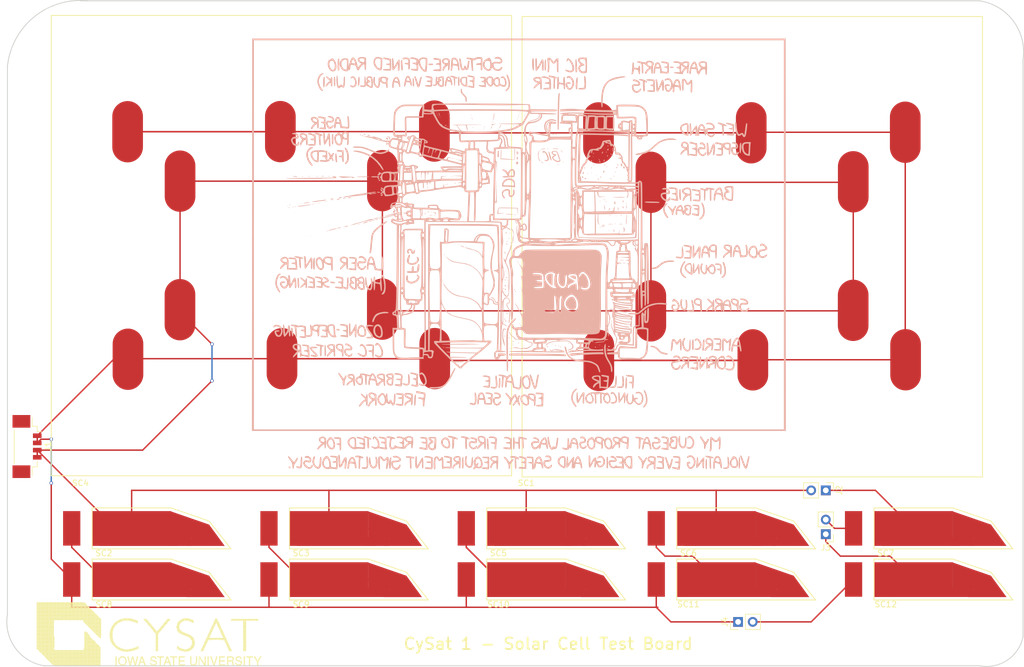
<source format=kicad_pcb>
(kicad_pcb (version 4) (host pcbnew 4.0.7)
  (layers (0 F.Cu signal) (31 B.Cu signal) (34 B.Paste user) (35 F.Paste user) (36 B.SilkS user) (37 F.SilkS user) (38 B.Mask user) (39 F.Mask user) (44 Edge.Cuts user))
  (net 0 "")
  (net 1 C)
  (net 2 B)
  (net 3 A)
  (net 4 "Net-(SC2-Pad2)")
  (net 5 "Net-(SC3-Pad2)")
  (net 6 "Net-(SC10-Pad1)")
  (net 7 "Net-(SC11-Pad1)")
  (net 8 F)
  (net 9 D)
  (net 10 E)
  (module SolarPanelKicad:ISS_SolarCell (layer F.Cu) (at 189.7888 101.8032)
    (fp_text reference SC1 (at 0.7112 1.0668) (layer F.SilkS))
    (fp_text value Solar_Cell)
    (pad 1 smd oval (at 22.386 -51.204 180) (size 5.33 10.66) (layers F.Cu F.Paste F.Mask) (net 3 A))
    (pad 1 smd oval (at 57.555 -51.296 180) (size 5.33 10.66) (layers F.Cu F.Paste F.Mask) (net 3 A))
    (pad 2 smd oval (at 13.272 -59.794 180) (size 5.33 10.66) (layers F.Cu F.Paste F.Mask) (net 8 F))
    (pad 2 smd oval (at 39.82 -59.813 180) (size 5.33 10.66) (layers F.Cu F.Paste F.Mask) (net 8 F))
    (pad 2 smd oval (at 66.59 -59.908 180) (size 5.33 10.66) (layers F.Cu F.Paste F.Mask) (net 8 F))
    (pad 1 smd oval (at 57.539 -28.954) (size 5.33 10.66) (layers F.Cu F.Paste F.Mask) (net 3 A))
    (pad 1 smd oval (at 22.37 -28.862) (size 5.33 10.66) (layers F.Cu F.Paste F.Mask) (net 3 A))
    (pad 2 smd oval (at 66.653 -20.364) (size 5.33 10.66) (layers F.Cu F.Paste F.Mask) (net 8 F))
    (pad 2 smd oval (at 40.105 -20.345) (size 5.33 10.66) (layers F.Cu F.Paste F.Mask) (net 8 F))
    (pad 2 smd oval (at 13.335 -20.25) (size 5.33 10.66) (layers F.Cu F.Paste F.Mask) (net 8 F))
  )
  (module SolarPanelKicad:TriSelectSolarPanel (layer F.Cu) (at 113.03 114.3)
    (fp_text reference SC2 (at 4.064 0.762) (layer F.SilkS))
    (fp_text value Solar_Cell)
    (pad 2 smd rect (at -1.524 -3.556) (size 3 6) (layers F.Cu F.Paste F.Mask) (net 4 "Net-(SC2-Pad2)"))
    (pad 1 smd rect (at 8.89 -3.556) (size 13.72 6) (layers F.Cu F.Paste F.Mask) (net 3 A))
    (pad 1 smd trapezoid (at 19.05 -3.556) (size 6.65 3.6) (rect_delta 2.3 0) (layers F.Cu F.Paste F.Mask) (net 3 A))
    (pad 1 smd trapezoid (at 21.717 -2.3495 90) (size 3.7 4) (rect_delta 2.7 0) (layers F.Cu F.Paste F.Mask) (net 3 A))
    (pad 1 smd rect (at 17.3355 -1.27) (size 4 1.5) (layers F.Cu F.Paste F.Mask) (net 3 A))
    (pad 1 smd rect (at 10.8585 -1.016) (size 15 1) (layers F.Cu F.Paste F.Mask) (net 3 A))
    (pad 1 smd rect (at 9.525 -1.016) (size 15 1) (layers F.Cu F.Paste F.Mask) (net 3 A))
  )
  (module SolarPanelKicad:TriSelectSolarPanel (layer F.Cu) (at 147.32 114.3)
    (fp_text reference SC3 (at 4.064 0.762) (layer F.SilkS))
    (fp_text value Solar_Cell)
    (pad 2 smd rect (at -1.524 -3.556) (size 3 6) (layers F.Cu F.Paste F.Mask) (net 5 "Net-(SC3-Pad2)"))
    (pad 1 smd rect (at 8.89 -3.556) (size 13.72 6) (layers F.Cu F.Paste F.Mask) (net 3 A))
    (pad 1 smd trapezoid (at 19.05 -3.556) (size 6.65 3.6) (rect_delta 2.3 0) (layers F.Cu F.Paste F.Mask) (net 3 A))
    (pad 1 smd trapezoid (at 21.717 -2.3495 90) (size 3.7 4) (rect_delta 2.7 0) (layers F.Cu F.Paste F.Mask) (net 3 A))
    (pad 1 smd rect (at 17.3355 -1.27) (size 4 1.5) (layers F.Cu F.Paste F.Mask) (net 3 A))
    (pad 1 smd rect (at 10.8585 -1.016) (size 15 1) (layers F.Cu F.Paste F.Mask) (net 3 A))
    (pad 1 smd rect (at 9.525 -1.016) (size 15 1) (layers F.Cu F.Paste F.Mask) (net 3 A))
  )
  (module SolarPanelKicad:ISS_SolarCell (layer F.Cu) (at 107.95 101.6)
    (fp_text reference SC4 (at 5.08 1.27) (layer F.SilkS))
    (fp_text value Solar_Cell)
    (pad 1 smd oval (at 22.386 -51.204 180) (size 5.33 10.66) (layers F.Cu F.Paste F.Mask) (net 3 A))
    (pad 1 smd oval (at 57.555 -51.296 180) (size 5.33 10.66) (layers F.Cu F.Paste F.Mask) (net 3 A))
    (pad 2 smd oval (at 13.272 -59.794 180) (size 5.33 10.66) (layers F.Cu F.Paste F.Mask) (net 8 F))
    (pad 2 smd oval (at 39.82 -59.813 180) (size 5.33 10.66) (layers F.Cu F.Paste F.Mask) (net 8 F))
    (pad 2 smd oval (at 66.59 -59.908 180) (size 5.33 10.66) (layers F.Cu F.Paste F.Mask) (net 8 F))
    (pad 1 smd oval (at 57.539 -28.954) (size 5.33 10.66) (layers F.Cu F.Paste F.Mask) (net 3 A))
    (pad 1 smd oval (at 22.37 -28.862) (size 5.33 10.66) (layers F.Cu F.Paste F.Mask) (net 3 A))
    (pad 2 smd oval (at 66.653 -20.364) (size 5.33 10.66) (layers F.Cu F.Paste F.Mask) (net 8 F))
    (pad 2 smd oval (at 40.105 -20.345) (size 5.33 10.66) (layers F.Cu F.Paste F.Mask) (net 8 F))
    (pad 2 smd oval (at 13.335 -20.25) (size 5.33 10.66) (layers F.Cu F.Paste F.Mask) (net 8 F))
  )
  (module SolarPanelKicad:TriSelectSolarPanel (layer F.Cu) (at 181.61 114.3)
    (fp_text reference SC5 (at 4.064 0.762) (layer F.SilkS))
    (fp_text value Solar_Cell)
    (pad 2 smd rect (at -1.524 -3.556) (size 3 6) (layers F.Cu F.Paste F.Mask) (net 6 "Net-(SC10-Pad1)"))
    (pad 1 smd rect (at 8.89 -3.556) (size 13.72 6) (layers F.Cu F.Paste F.Mask) (net 3 A))
    (pad 1 smd trapezoid (at 19.05 -3.556) (size 6.65 3.6) (rect_delta 2.3 0) (layers F.Cu F.Paste F.Mask) (net 3 A))
    (pad 1 smd trapezoid (at 21.717 -2.3495 90) (size 3.7 4) (rect_delta 2.7 0) (layers F.Cu F.Paste F.Mask) (net 3 A))
    (pad 1 smd rect (at 17.3355 -1.27) (size 4 1.5) (layers F.Cu F.Paste F.Mask) (net 3 A))
    (pad 1 smd rect (at 10.8585 -1.016) (size 15 1) (layers F.Cu F.Paste F.Mask) (net 3 A))
    (pad 1 smd rect (at 9.525 -1.016) (size 15 1) (layers F.Cu F.Paste F.Mask) (net 3 A))
  )
  (module SolarPanelKicad:TriSelectSolarPanel (layer F.Cu) (at 214.63 114.3)
    (fp_text reference SC6 (at 4.064 0.762) (layer F.SilkS))
    (fp_text value Solar_Cell)
    (pad 2 smd rect (at -1.524 -3.556) (size 3 6) (layers F.Cu F.Paste F.Mask) (net 7 "Net-(SC11-Pad1)"))
    (pad 1 smd rect (at 8.89 -3.556) (size 13.72 6) (layers F.Cu F.Paste F.Mask) (net 3 A))
    (pad 1 smd trapezoid (at 19.05 -3.556) (size 6.65 3.6) (rect_delta 2.3 0) (layers F.Cu F.Paste F.Mask) (net 3 A))
    (pad 1 smd trapezoid (at 21.717 -2.3495 90) (size 3.7 4) (rect_delta 2.7 0) (layers F.Cu F.Paste F.Mask) (net 3 A))
    (pad 1 smd rect (at 17.3355 -1.27) (size 4 1.5) (layers F.Cu F.Paste F.Mask) (net 3 A))
    (pad 1 smd rect (at 10.8585 -1.016) (size 15 1) (layers F.Cu F.Paste F.Mask) (net 3 A))
    (pad 1 smd rect (at 9.525 -1.016) (size 15 1) (layers F.Cu F.Paste F.Mask) (net 3 A))
  )
  (module SolarPanelKicad:TriSelectSolarPanel (layer F.Cu) (at 248.92 114.3)
    (fp_text reference SC7 (at 4.064 0.762) (layer F.SilkS))
    (fp_text value Solar_Cell)
    (pad 2 smd rect (at -1.524 -3.556) (size 3 6) (layers F.Cu F.Paste F.Mask) (net 1 C))
    (pad 1 smd rect (at 8.89 -3.556) (size 13.72 6) (layers F.Cu F.Paste F.Mask) (net 2 B))
    (pad 1 smd trapezoid (at 19.05 -3.556) (size 6.65 3.6) (rect_delta 2.3 0) (layers F.Cu F.Paste F.Mask) (net 2 B))
    (pad 1 smd trapezoid (at 21.717 -2.3495 90) (size 3.7 4) (rect_delta 2.7 0) (layers F.Cu F.Paste F.Mask) (net 2 B))
    (pad 1 smd rect (at 17.3355 -1.27) (size 4 1.5) (layers F.Cu F.Paste F.Mask) (net 2 B))
    (pad 1 smd rect (at 10.8585 -1.016) (size 15 1) (layers F.Cu F.Paste F.Mask) (net 2 B))
    (pad 1 smd rect (at 9.525 -1.016) (size 15 1) (layers F.Cu F.Paste F.Mask) (net 2 B))
  )
  (module SolarPanelKicad:TriSelectSolarPanel (layer F.Cu) (at 113.03 123.19)
    (fp_text reference SC8 (at 4.064 0.762) (layer F.SilkS))
    (fp_text value Solar_Cell)
    (pad 2 smd rect (at -1.524 -3.556) (size 3 6) (layers F.Cu F.Paste F.Mask) (net 8 F))
    (pad 1 smd rect (at 8.89 -3.556) (size 13.72 6) (layers F.Cu F.Paste F.Mask) (net 4 "Net-(SC2-Pad2)"))
    (pad 1 smd trapezoid (at 19.05 -3.556) (size 6.65 3.6) (rect_delta 2.3 0) (layers F.Cu F.Paste F.Mask) (net 4 "Net-(SC2-Pad2)"))
    (pad 1 smd trapezoid (at 21.717 -2.3495 90) (size 3.7 4) (rect_delta 2.7 0) (layers F.Cu F.Paste F.Mask) (net 4 "Net-(SC2-Pad2)"))
    (pad 1 smd rect (at 17.3355 -1.27) (size 4 1.5) (layers F.Cu F.Paste F.Mask) (net 4 "Net-(SC2-Pad2)"))
    (pad 1 smd rect (at 10.8585 -1.016) (size 15 1) (layers F.Cu F.Paste F.Mask) (net 4 "Net-(SC2-Pad2)"))
    (pad 1 smd rect (at 9.525 -1.016) (size 15 1) (layers F.Cu F.Paste F.Mask) (net 4 "Net-(SC2-Pad2)"))
  )
  (module SolarPanelKicad:TriSelectSolarPanel (layer F.Cu) (at 147.32 123.19)
    (fp_text reference SC9 (at 4.064 0.762) (layer F.SilkS))
    (fp_text value Solar_Cell)
    (pad 2 smd rect (at -1.524 -3.556) (size 3 6) (layers F.Cu F.Paste F.Mask) (net 8 F))
    (pad 1 smd rect (at 8.89 -3.556) (size 13.72 6) (layers F.Cu F.Paste F.Mask) (net 5 "Net-(SC3-Pad2)"))
    (pad 1 smd trapezoid (at 19.05 -3.556) (size 6.65 3.6) (rect_delta 2.3 0) (layers F.Cu F.Paste F.Mask) (net 5 "Net-(SC3-Pad2)"))
    (pad 1 smd trapezoid (at 21.717 -2.3495 90) (size 3.7 4) (rect_delta 2.7 0) (layers F.Cu F.Paste F.Mask) (net 5 "Net-(SC3-Pad2)"))
    (pad 1 smd rect (at 17.3355 -1.27) (size 4 1.5) (layers F.Cu F.Paste F.Mask) (net 5 "Net-(SC3-Pad2)"))
    (pad 1 smd rect (at 10.8585 -1.016) (size 15 1) (layers F.Cu F.Paste F.Mask) (net 5 "Net-(SC3-Pad2)"))
    (pad 1 smd rect (at 9.525 -1.016) (size 15 1) (layers F.Cu F.Paste F.Mask) (net 5 "Net-(SC3-Pad2)"))
  )
  (module SolarPanelKicad:TriSelectSolarPanel (layer F.Cu) (at 181.61 123.19)
    (fp_text reference SC10 (at 4.064 0.762) (layer F.SilkS))
    (fp_text value Solar_Cell)
    (pad 2 smd rect (at -1.524 -3.556) (size 3 6) (layers F.Cu F.Paste F.Mask) (net 8 F))
    (pad 1 smd rect (at 8.89 -3.556) (size 13.72 6) (layers F.Cu F.Paste F.Mask) (net 6 "Net-(SC10-Pad1)"))
    (pad 1 smd trapezoid (at 19.05 -3.556) (size 6.65 3.6) (rect_delta 2.3 0) (layers F.Cu F.Paste F.Mask) (net 6 "Net-(SC10-Pad1)"))
    (pad 1 smd trapezoid (at 21.717 -2.3495 90) (size 3.7 4) (rect_delta 2.7 0) (layers F.Cu F.Paste F.Mask) (net 6 "Net-(SC10-Pad1)"))
    (pad 1 smd rect (at 17.3355 -1.27) (size 4 1.5) (layers F.Cu F.Paste F.Mask) (net 6 "Net-(SC10-Pad1)"))
    (pad 1 smd rect (at 10.8585 -1.016) (size 15 1) (layers F.Cu F.Paste F.Mask) (net 6 "Net-(SC10-Pad1)"))
    (pad 1 smd rect (at 9.525 -1.016) (size 15 1) (layers F.Cu F.Paste F.Mask) (net 6 "Net-(SC10-Pad1)"))
  )
  (module SolarPanelKicad:TriSelectSolarPanel (layer F.Cu) (at 214.63 123.19)
    (fp_text reference SC11 (at 4.064 0.762) (layer F.SilkS))
    (fp_text value Solar_Cell)
    (pad 2 smd rect (at -1.524 -3.556) (size 3 6) (layers F.Cu F.Paste F.Mask) (net 8 F))
    (pad 1 smd rect (at 8.89 -3.556) (size 13.72 6) (layers F.Cu F.Paste F.Mask) (net 7 "Net-(SC11-Pad1)"))
    (pad 1 smd trapezoid (at 19.05 -3.556) (size 6.65 3.6) (rect_delta 2.3 0) (layers F.Cu F.Paste F.Mask) (net 7 "Net-(SC11-Pad1)"))
    (pad 1 smd trapezoid (at 21.717 -2.3495 90) (size 3.7 4) (rect_delta 2.7 0) (layers F.Cu F.Paste F.Mask) (net 7 "Net-(SC11-Pad1)"))
    (pad 1 smd rect (at 17.3355 -1.27) (size 4 1.5) (layers F.Cu F.Paste F.Mask) (net 7 "Net-(SC11-Pad1)"))
    (pad 1 smd rect (at 10.8585 -1.016) (size 15 1) (layers F.Cu F.Paste F.Mask) (net 7 "Net-(SC11-Pad1)"))
    (pad 1 smd rect (at 9.525 -1.016) (size 15 1) (layers F.Cu F.Paste F.Mask) (net 7 "Net-(SC11-Pad1)"))
  )
  (module SolarPanelKicad:TriSelectSolarPanel (layer F.Cu) (at 248.92 123.19)
    (fp_text reference SC12 (at 4.064 0.762) (layer F.SilkS))
    (fp_text value Solar_Cell)
    (pad 2 smd rect (at -1.524 -3.556) (size 3 6) (layers F.Cu F.Paste F.Mask) (net 10 E))
    (pad 1 smd rect (at 8.89 -3.556) (size 13.72 6) (layers F.Cu F.Paste F.Mask) (net 9 D))
    (pad 1 smd trapezoid (at 19.05 -3.556) (size 6.65 3.6) (rect_delta 2.3 0) (layers F.Cu F.Paste F.Mask) (net 9 D))
    (pad 1 smd trapezoid (at 21.717 -2.3495 90) (size 3.7 4) (rect_delta 2.7 0) (layers F.Cu F.Paste F.Mask) (net 9 D))
    (pad 1 smd rect (at 17.3355 -1.27) (size 4 1.5) (layers F.Cu F.Paste F.Mask) (net 9 D))
    (pad 1 smd rect (at 10.8585 -1.016) (size 15 1) (layers F.Cu F.Paste F.Mask) (net 9 D))
    (pad 1 smd rect (at 9.525 -1.016) (size 15 1) (layers F.Cu F.Paste F.Mask) (net 9 D))
  )
  (module Pin_Headers:Pin_Header_Straight_1x02_Pitch2.54mm (layer F.Cu) (at 242.57 111.76 180)
    (fp_text reference J3 (at 0 -2.33 180) (layer F.SilkS))
    (fp_text value "Split Cells")
    (pad 1 thru_hole rect (at 0 0 180) (size 1.7 1.7) (drill 1) (layers *.Cu *.Mask) (net 9 D))
    (pad 2 thru_hole oval (at 0 2.54 180) (size 1.7 1.7) (drill 1) (layers *.Cu *.Mask) (net 1 C))
  )
  (module Pin_Headers:Pin_Header_Straight_1x02_Pitch2.54mm (layer F.Cu) (at 227.33 127 90)
    (fp_text reference J4 (at 0 -2.33 90) (layer F.SilkS))
    (fp_text value "Two Cells")
    (pad 1 thru_hole rect (at 0 0 90) (size 1.7 1.7) (drill 1) (layers *.Cu *.Mask) (net 8 F))
    (pad 2 thru_hole oval (at 0 2.54 90) (size 1.7 1.7) (drill 1) (layers *.Cu *.Mask) (net 10 E))
  )
  (module Connectors_Molex:Molex_PicoBlade_53398-0471_04x1.25mm_Straight (layer F.Cu) (at 104.14 96.52 270)
    (fp_text reference J1 (at 0 -3.25 270) (layer F.SilkS))
    (fp_text value Conn_01x04)
    (pad 1 smd rect (at -1.875 -1.375 270) (size 0.8 1.5) (layers F.Cu F.Paste F.Mask) (net 8 F))
    (pad 2 smd rect (at -0.625 -1.375 270) (size 0.8 1.5) (layers F.Cu F.Paste F.Mask) (net 8 F))
    (pad 3 smd rect (at 0.625 -1.375 270) (size 0.8 1.5) (layers F.Cu F.Paste F.Mask) (net 3 A))
    (pad 4 smd rect (at 1.875 -1.375 270) (size 0.8 1.5) (layers F.Cu F.Paste F.Mask) (net 3 A))
    (pad "" smd rect (at -4.375 1.375 270) (size 2.2 3.1) (layers F.Cu F.Paste F.Mask))
    (pad "" smd rect (at 4.375 1.375 270) (size 2.2 3.1) (layers F.Cu F.Paste F.Mask))
  )
  (module Pin_Headers:Pin_Header_Straight_1x02_Pitch2.54mm (layer F.Cu) (at 242.57 104.14 270)
    (fp_text reference J2 (at 0 -2.33 270) (layer F.SilkS))
    (fp_text value "Two Cells")
    (pad 1 thru_hole rect (at 0 0 270) (size 1.7 1.7) (drill 1) (layers *.Cu *.Mask) (net 2 B))
    (pad 2 thru_hole oval (at 0 2.54 270) (size 1.7 1.7) (drill 1) (layers *.Cu *.Mask) (net 3 A))
  )
  (module motherboard:LOGO (layer F.Cu) (at 105.41 123.19)
    (fp_text reference LOGO hide)
    (fp_text value "" (at 0 0) (layer F.SilkS))
  )
  (module photo:safetySat (layer B.Cu) (at 189.23 63.5 180)
    (fp_text reference G*** hide)
    (fp_text value LOGO hide)
  )
  (gr_text "CySat 1 - Solar Cell Test Board\n" (at 194.31 130.81) (layer F.SilkS) (effects (font (size 2 2) (thickness 0.3))))
  (gr_line (start 100.33 30.48) (end 100.33 125.73) (angle 90) (layer Edge.Cuts) (width 0.15))
  (gr_line (start 269.24 19.05) (end 113.03 19.05) (angle 90) (layer Edge.Cuts) (width 0.15))
  (gr_line (start 276.86 129.54) (end 276.86 29.21) (angle 90) (layer Edge.Cuts) (width 0.15))
  (gr_line (start 106.68 134.62) (end 269.24 134.62) (angle 90) (layer Edge.Cuts) (width 0.15))
  (gr_arc (start 267.97 27.94) (end 269.24 19.05) (angle 90) (layer Edge.Cuts) (width 0.15))
  (gr_arc (start 270.51 128.27) (end 276.86 129.54) (angle 90) (layer Edge.Cuts) (width 0.15))
  (gr_arc (start 107.95 127) (end 106.68 134.62) (angle 90) (layer Edge.Cuts) (width 0.15))
  (gr_arc (start 113.03 31.75) (end 100.33 30.48) (angle 90) (layer Edge.Cuts) (width 0.15))
  (segment (start 247.396 110.744) (end 244.094 110.744) (width 0.25) (layer F.Cu) (net 1))
  (segment (start 244.094 110.744) (end 242.57 109.22) (width 0.25) (layer F.Cu) (net 1))
  (segment (start 267.97 110.744) (end 269.1765 111.9505) (width 0.25) (layer F.Cu) (net 2))
  (segment (start 269.1765 111.9505) (end 270.637 111.9505) (width 0.25) (layer F.Cu) (net 2))
  (segment (start 242.57 104.14) (end 251.206 104.14) (width 0.25) (layer F.Cu) (net 2))
  (segment (start 251.206 104.14) (end 257.81 110.744) (width 0.25) (layer F.Cu) (net 2))
  (segment (start 134.747 111.9505) (end 133.5405 110.744) (width 0.25) (layer F.Cu) (net 3))
  (segment (start 133.5405 110.744) (end 121.92 110.744) (width 0.25) (layer F.Cu) (net 3))
  (segment (start 169.037 111.9505) (end 167.8305 110.744) (width 0.25) (layer F.Cu) (net 3))
  (segment (start 167.8305 110.744) (end 156.21 110.744) (width 0.25) (layer F.Cu) (net 3))
  (segment (start 233.68 110.744) (end 234.8865 111.9505) (width 0.25) (layer F.Cu) (net 3))
  (segment (start 234.8865 111.9505) (end 236.347 111.9505) (width 0.25) (layer F.Cu) (net 3))
  (segment (start 190.5 110.744) (end 190.5 104.14) (width 0.25) (layer F.Cu) (net 3))
  (segment (start 247.3438 50.5072) (end 247.2518 50.5992) (width 0.25) (layer F.Cu) (net 3))
  (segment (start 247.2518 50.5992) (end 212.1748 50.5992) (width 0.25) (layer F.Cu) (net 3))
  (segment (start 165.505 50.304) (end 165.413 50.396) (width 0.25) (layer F.Cu) (net 3))
  (segment (start 165.413 50.396) (end 130.336 50.396) (width 0.25) (layer F.Cu) (net 3))
  (segment (start 121.92 110.744) (end 119.114 110.744) (width 0.25) (layer F.Cu) (net 3))
  (segment (start 119.114 110.744) (end 105.515 97.145) (width 0.25) (layer F.Cu) (net 3))
  (segment (start 105.515 97.145) (end 105.515 98.395) (width 0.25) (layer F.Cu) (net 3))
  (segment (start 130.32 72.738) (end 130.32 73.17) (width 0.25) (layer F.Cu) (net 3))
  (segment (start 130.32 73.17) (end 135.89 78.74) (width 0.25) (layer F.Cu) (net 3))
  (segment (start 123.835 97.145) (end 105.515 97.145) (width 0.25) (layer F.Cu) (net 3))
  (segment (start 135.89 85.09) (end 123.835 97.145) (width 0.25) (layer F.Cu) (net 3))
  (via (at 135.89 85.09) (size 0.6) (drill 0.4) (layers F.Cu B.Cu) (net 3))
  (segment (start 135.89 78.74) (end 135.89 85.09) (width 0.25) (layer B.Cu) (net 3))
  (via (at 135.89 78.74) (size 0.6) (drill 0.4) (layers F.Cu B.Cu) (net 3))
  (segment (start 240.03 104.14) (end 223.52 104.14) (width 0.25) (layer F.Cu) (net 3))
  (segment (start 223.52 104.14) (end 190.5 104.14) (width 0.25) (layer F.Cu) (net 3))
  (segment (start 190.5 104.14) (end 156.21 104.14) (width 0.25) (layer F.Cu) (net 3))
  (segment (start 156.21 104.14) (end 121.92 104.14) (width 0.25) (layer F.Cu) (net 3))
  (segment (start 222.504 110.744) (end 223.52 110.744) (width 0.25) (layer F.Cu) (net 3))
  (segment (start 223.52 110.744) (end 223.52 104.14) (width 0.25) (layer F.Cu) (net 3))
  (segment (start 156.21 110.744) (end 156.21 104.14) (width 0.25) (layer F.Cu) (net 3))
  (segment (start 121.92 110.744) (end 121.92 104.14) (width 0.25) (layer F.Cu) (net 3))
  (segment (start 165.489 72.646) (end 165.489 75.319) (width 0.25) (layer F.Cu) (net 3))
  (segment (start 212.1748 50.5992) (end 212.1748 72.9252) (width 0.25) (layer F.Cu) (net 3))
  (segment (start 212.1748 72.9252) (end 212.1588 72.9412) (width 0.25) (layer F.Cu) (net 3))
  (segment (start 165.505 50.304) (end 165.505 72.63) (width 0.25) (layer F.Cu) (net 3))
  (segment (start 165.505 72.63) (end 165.489 72.646) (width 0.25) (layer F.Cu) (net 3))
  (segment (start 130.336 50.396) (end 130.336 72.722) (width 0.25) (layer F.Cu) (net 3))
  (segment (start 130.336 72.722) (end 130.32 72.738) (width 0.25) (layer F.Cu) (net 3))
  (segment (start 247.3438 50.5072) (end 247.3438 72.8332) (width 0.25) (layer F.Cu) (net 3))
  (segment (start 247.3438 72.8332) (end 247.2358 72.9412) (width 0.25) (layer F.Cu) (net 3))
  (segment (start 247.2358 72.9412) (end 165.7842 72.9412) (width 0.25) (layer F.Cu) (net 3))
  (segment (start 165.7842 72.9412) (end 165.581 72.738) (width 0.25) (layer F.Cu) (net 3))
  (segment (start 134.747 120.8405) (end 133.5405 119.634) (width 0.25) (layer F.Cu) (net 4))
  (segment (start 133.5405 119.634) (end 121.92 119.634) (width 0.25) (layer F.Cu) (net 4))
  (segment (start 121.92 119.634) (end 117.094 119.634) (width 0.25) (layer F.Cu) (net 4))
  (segment (start 117.094 119.634) (end 111.506 114.046) (width 0.25) (layer F.Cu) (net 4))
  (segment (start 111.506 114.046) (end 111.506 110.744) (width 0.25) (layer F.Cu) (net 4))
  (segment (start 169.037 120.8405) (end 167.8305 119.634) (width 0.25) (layer F.Cu) (net 5))
  (segment (start 167.8305 119.634) (end 156.21 119.634) (width 0.25) (layer F.Cu) (net 5))
  (segment (start 156.21 119.634) (end 151.384 119.634) (width 0.25) (layer F.Cu) (net 5))
  (segment (start 151.384 119.634) (end 145.796 114.046) (width 0.25) (layer F.Cu) (net 5))
  (segment (start 145.796 114.046) (end 145.796 110.744) (width 0.25) (layer F.Cu) (net 5))
  (segment (start 203.327 120.8405) (end 202.1205 119.634) (width 0.25) (layer F.Cu) (net 6))
  (segment (start 202.1205 119.634) (end 190.5 119.634) (width 0.25) (layer F.Cu) (net 6))
  (segment (start 190.5 119.634) (end 185.674 119.634) (width 0.25) (layer F.Cu) (net 6))
  (segment (start 185.674 119.634) (end 180.086 114.046) (width 0.25) (layer F.Cu) (net 6))
  (segment (start 180.086 114.046) (end 180.086 110.744) (width 0.25) (layer F.Cu) (net 6))
  (segment (start 185.674 119.634) (end 180.086 114.046) (width 0.25) (layer F.Cu) (net 6))
  (segment (start 180.086 114.046) (end 180.086 110.744) (width 0.25) (layer F.Cu) (net 6))
  (segment (start 233.68 119.634) (end 234.8865 120.8405) (width 0.25) (layer F.Cu) (net 7))
  (segment (start 234.8865 120.8405) (end 236.347 120.8405) (width 0.25) (layer F.Cu) (net 7))
  (segment (start 223.52 119.634) (end 219.456 115.57) (width 0.25) (layer F.Cu) (net 7))
  (segment (start 213.106 114.046) (end 213.106 110.744) (width 0.25) (layer F.Cu) (net 7))
  (segment (start 214.63 115.57) (end 213.106 114.046) (width 0.25) (layer F.Cu) (net 7))
  (segment (start 219.456 115.57) (end 214.63 115.57) (width 0.25) (layer F.Cu) (net 7))
  (segment (start 223.52 119.634) (end 219.964 119.634) (width 0.25) (layer F.Cu) (net 7))
  (segment (start 213.106 112.776) (end 213.106 110.744) (width 0.25) (layer F.Cu) (net 7))
  (segment (start 174.603 81.236) (end 174.584 81.255) (width 0.25) (layer F.Cu) (net 8))
  (segment (start 174.584 81.255) (end 148.055 81.255) (width 0.25) (layer F.Cu) (net 8))
  (segment (start 229.8938 81.4582) (end 229.7988 81.5532) (width 0.25) (layer F.Cu) (net 8))
  (segment (start 229.7988 81.5532) (end 203.1238 81.5532) (width 0.25) (layer F.Cu) (net 8))
  (segment (start 203.0608 42.0092) (end 203.0798 41.9902) (width 0.25) (layer F.Cu) (net 8))
  (segment (start 203.0798 41.9902) (end 229.6088 41.9902) (width 0.25) (layer F.Cu) (net 8))
  (segment (start 147.77 41.787) (end 147.751 41.806) (width 0.25) (layer F.Cu) (net 8))
  (segment (start 147.751 41.806) (end 121.222 41.806) (width 0.25) (layer F.Cu) (net 8))
  (segment (start 111.506 119.634) (end 107.95 116.078) (width 0.25) (layer F.Cu) (net 8))
  (segment (start 106.16 95.25) (end 105.515 95.895) (width 0.25) (layer F.Cu) (net 8))
  (segment (start 107.95 95.25) (end 106.16 95.25) (width 0.25) (layer F.Cu) (net 8))
  (via (at 107.95 95.25) (size 0.6) (drill 0.4) (layers F.Cu B.Cu) (net 8))
  (segment (start 107.95 102.87) (end 107.95 95.25) (width 0.25) (layer B.Cu) (net 8))
  (via (at 107.95 102.87) (size 0.6) (drill 0.4) (layers F.Cu B.Cu) (net 8))
  (segment (start 107.95 116.078) (end 107.95 102.87) (width 0.25) (layer F.Cu) (net 8))
  (segment (start 105.515 94.645) (end 105.515 95.895) (width 0.25) (layer F.Cu) (net 8))
  (segment (start 121.285 81.35) (end 118.81 81.35) (width 0.25) (layer F.Cu) (net 8))
  (segment (start 118.81 81.35) (end 105.515 94.645) (width 0.25) (layer F.Cu) (net 8))
  (segment (start 227.33 127) (end 215.646 127) (width 0.25) (layer F.Cu) (net 8))
  (segment (start 215.646 127) (end 213.106 124.46) (width 0.25) (layer F.Cu) (net 8))
  (segment (start 213.106 119.634) (end 213.106 122.174) (width 0.25) (layer F.Cu) (net 8))
  (segment (start 213.106 119.634) (end 213.106 124.46) (width 0.25) (layer F.Cu) (net 8))
  (segment (start 213.106 124.46) (end 213.36 124.46) (width 0.25) (layer F.Cu) (net 8))
  (segment (start 180.086 119.634) (end 180.086 124.46) (width 0.25) (layer F.Cu) (net 8))
  (segment (start 180.086 124.46) (end 180.34 124.46) (width 0.25) (layer F.Cu) (net 8))
  (segment (start 145.796 119.634) (end 145.796 124.46) (width 0.25) (layer F.Cu) (net 8))
  (segment (start 145.796 124.46) (end 146.05 124.46) (width 0.25) (layer F.Cu) (net 8))
  (segment (start 111.506 119.634) (end 111.506 124.46) (width 0.25) (layer F.Cu) (net 8))
  (segment (start 111.506 124.46) (end 111.76 124.46) (width 0.25) (layer F.Cu) (net 8))
  (segment (start 213.36 124.46) (end 180.34 124.46) (width 0.25) (layer F.Cu) (net 8))
  (segment (start 180.34 124.46) (end 146.05 124.46) (width 0.25) (layer F.Cu) (net 8))
  (segment (start 146.05 124.46) (end 111.76 124.46) (width 0.25) (layer F.Cu) (net 8))
  (segment (start 256.3788 41.8952) (end 256.3788 81.3762) (width 0.25) (layer F.Cu) (net 8))
  (segment (start 256.3788 81.3762) (end 256.4418 81.4392) (width 0.25) (layer F.Cu) (net 8))
  (segment (start 256.4418 81.4392) (end 229.9128 81.4392) (width 0.25) (layer F.Cu) (net 8))
  (segment (start 229.9128 81.4392) (end 229.7988 81.5532) (width 0.25) (layer F.Cu) (net 8))
  (segment (start 229.7988 81.5532) (end 174.9202 81.5532) (width 0.25) (layer F.Cu) (net 8))
  (segment (start 174.9202 81.5532) (end 174.622 81.255) (width 0.25) (layer F.Cu) (net 8))
  (segment (start 174.622 81.255) (end 121.38 81.255) (width 0.25) (layer F.Cu) (net 8))
  (segment (start 256.3788 41.8952) (end 229.7038 41.8952) (width 0.25) (layer F.Cu) (net 8))
  (segment (start 229.7038 41.8952) (end 229.5898 42.0092) (width 0.25) (layer F.Cu) (net 8))
  (segment (start 229.5898 42.0092) (end 174.8572 42.0092) (width 0.25) (layer F.Cu) (net 8))
  (segment (start 174.8572 42.0092) (end 174.635 41.787) (width 0.25) (layer F.Cu) (net 8))
  (segment (start 174.635 41.787) (end 121.241 41.787) (width 0.25) (layer F.Cu) (net 8))
  (segment (start 121.241 41.787) (end 121.222 41.806) (width 0.25) (layer F.Cu) (net 8))
  (segment (start 267.97 119.634) (end 269.1765 120.8405) (width 0.25) (layer F.Cu) (net 9))
  (segment (start 269.1765 120.8405) (end 270.637 120.8405) (width 0.25) (layer F.Cu) (net 9))
  (segment (start 242.57 111.76) (end 242.57 113.03) (width 0.25) (layer F.Cu) (net 9))
  (segment (start 253.746 115.57) (end 257.81 119.634) (width 0.25) (layer F.Cu) (net 9))
  (segment (start 245.11 115.57) (end 253.746 115.57) (width 0.25) (layer F.Cu) (net 9))
  (segment (start 242.57 113.03) (end 245.11 115.57) (width 0.25) (layer F.Cu) (net 9))
  (segment (start 257.81 119.634) (end 252.984 119.634) (width 0.25) (layer F.Cu) (net 9))
  (segment (start 229.87 127) (end 240.03 127) (width 0.25) (layer F.Cu) (net 10))
  (segment (start 240.03 127) (end 247.396 119.634) (width 0.25) (layer F.Cu) (net 10))
  (segment (start 247.396 119.634) (end 246.126 119.634) (width 0.25) (layer F.Cu) (net 10))
)
</source>
